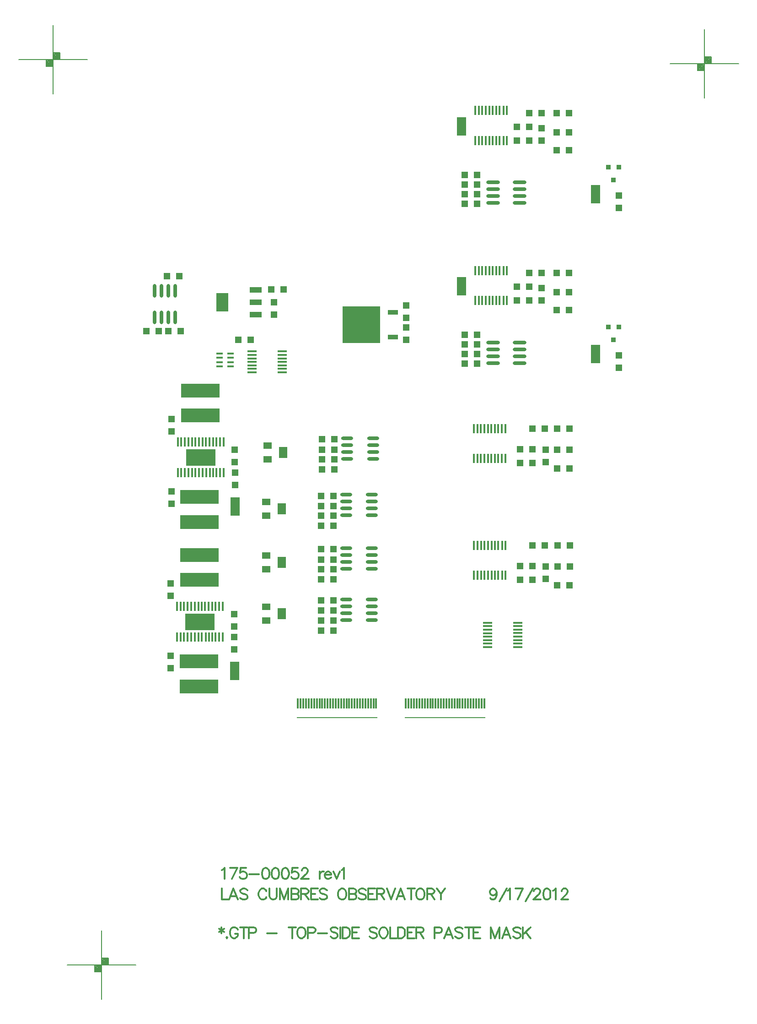
<source format=gtp>
%FSLAX23Y23*%
%MOIN*%
G70*
G01*
G75*
G04 Layer_Color=8421504*
%ADD10R,0.012X0.065*%
%ADD11R,0.217X0.120*%
%ADD12R,0.065X0.012*%
%ADD13R,0.075X0.037*%
%ADD14R,0.272X0.268*%
%ADD15R,0.035X0.037*%
%ADD16R,0.035X0.037*%
%ADD17R,0.085X0.138*%
%ADD18R,0.085X0.043*%
%ADD19R,0.085X0.043*%
%ADD20O,0.028X0.098*%
%ADD21R,0.280X0.100*%
%ADD22R,0.070X0.135*%
%ADD23R,0.050X0.050*%
%ADD24O,0.087X0.024*%
%ADD25O,0.098X0.028*%
%ADD26R,0.045X0.017*%
%ADD27R,0.591X0.010*%
%ADD28R,0.012X0.105*%
%ADD29R,0.063X0.051*%
%ADD30R,0.063X0.079*%
%ADD31R,0.050X0.050*%
%ADD32C,0.010*%
%ADD33C,0.050*%
%ADD34C,0.020*%
%ADD35C,0.075*%
%ADD36C,0.012*%
%ADD37C,0.008*%
%ADD38C,0.012*%
%ADD39C,0.012*%
%ADD40R,0.060X0.060*%
%ADD41C,0.060*%
%ADD42C,0.024*%
%ADD43C,0.020*%
%ADD44C,0.115*%
%ADD45R,0.115X0.115*%
%ADD46C,0.080*%
%ADD47C,0.055*%
%ADD48R,0.059X0.059*%
%ADD49C,0.059*%
%ADD50C,0.120*%
%ADD51R,0.120X0.120*%
%ADD52R,0.079X0.079*%
%ADD53C,0.079*%
%ADD54C,0.010*%
%ADD55C,0.050*%
%ADD56C,0.040*%
%ADD57C,0.070*%
%ADD58C,0.054*%
%ADD59C,0.118*%
G04:AMPARAMS|DCode=60|XSize=138mil|YSize=138mil|CornerRadius=0mil|HoleSize=0mil|Usage=FLASHONLY|Rotation=0.000|XOffset=0mil|YOffset=0mil|HoleType=Round|Shape=Relief|Width=10mil|Gap=10mil|Entries=4|*
%AMTHD60*
7,0,0,0.138,0.118,0.010,45*
%
%ADD60THD60*%
G04:AMPARAMS|DCode=61|XSize=112mil|YSize=112mil|CornerRadius=0mil|HoleSize=0mil|Usage=FLASHONLY|Rotation=0.000|XOffset=0mil|YOffset=0mil|HoleType=Round|Shape=Relief|Width=10mil|Gap=10mil|Entries=4|*
%AMTHD61*
7,0,0,0.112,0.092,0.010,45*
%
%ADD61THD61*%
%ADD62C,0.073*%
%ADD63C,0.075*%
%ADD64C,0.110*%
G04:AMPARAMS|DCode=65|XSize=107.244mil|YSize=107.244mil|CornerRadius=0mil|HoleSize=0mil|Usage=FLASHONLY|Rotation=0.000|XOffset=0mil|YOffset=0mil|HoleType=Round|Shape=Relief|Width=10mil|Gap=10mil|Entries=4|*
%AMTHD65*
7,0,0,0.107,0.087,0.010,45*
%
%ADD65THD65*%
%ADD66C,0.087*%
%ADD67C,0.092*%
%ADD68C,0.046*%
%ADD69C,0.064*%
G04:AMPARAMS|DCode=70|XSize=70mil|YSize=70mil|CornerRadius=0mil|HoleSize=0mil|Usage=FLASHONLY|Rotation=0.000|XOffset=0mil|YOffset=0mil|HoleType=Round|Shape=Relief|Width=10mil|Gap=10mil|Entries=4|*
%AMTHD70*
7,0,0,0.070,0.050,0.010,45*
%
%ADD70THD70*%
G04:AMPARAMS|DCode=71|XSize=88mil|YSize=88mil|CornerRadius=0mil|HoleSize=0mil|Usage=FLASHONLY|Rotation=0.000|XOffset=0mil|YOffset=0mil|HoleType=Round|Shape=Relief|Width=10mil|Gap=10mil|Entries=4|*
%AMTHD71*
7,0,0,0.088,0.068,0.010,45*
%
%ADD71THD71*%
%ADD72C,0.068*%
%ADD73C,0.000*%
G04:AMPARAMS|DCode=74|XSize=90mil|YSize=90mil|CornerRadius=0mil|HoleSize=0mil|Usage=FLASHONLY|Rotation=0.000|XOffset=0mil|YOffset=0mil|HoleType=Round|Shape=Relief|Width=10mil|Gap=10mil|Entries=4|*
%AMTHD74*
7,0,0,0.090,0.070,0.010,45*
%
%ADD74THD74*%
G04:AMPARAMS|DCode=75|XSize=93.465mil|YSize=93.465mil|CornerRadius=0mil|HoleSize=0mil|Usage=FLASHONLY|Rotation=0.000|XOffset=0mil|YOffset=0mil|HoleType=Round|Shape=Relief|Width=10mil|Gap=10mil|Entries=4|*
%AMTHD75*
7,0,0,0.093,0.073,0.010,45*
%
%ADD75THD75*%
G04:AMPARAMS|DCode=76|XSize=95.433mil|YSize=95.433mil|CornerRadius=0mil|HoleSize=0mil|Usage=FLASHONLY|Rotation=0.000|XOffset=0mil|YOffset=0mil|HoleType=Round|Shape=Relief|Width=10mil|Gap=10mil|Entries=4|*
%AMTHD76*
7,0,0,0.095,0.075,0.010,45*
%
%ADD76THD76*%
G04:AMPARAMS|DCode=77|XSize=130mil|YSize=130mil|CornerRadius=0mil|HoleSize=0mil|Usage=FLASHONLY|Rotation=0.000|XOffset=0mil|YOffset=0mil|HoleType=Round|Shape=Relief|Width=10mil|Gap=10mil|Entries=4|*
%AMTHD77*
7,0,0,0.130,0.110,0.010,45*
%
%ADD77THD77*%
%ADD78C,0.005*%
%ADD79R,0.071X0.126*%
%ADD80C,0.006*%
%ADD81C,0.008*%
%ADD82C,0.010*%
%ADD83R,0.189X0.116*%
%ADD84R,0.012X0.075*%
D10*
X42117Y28525D02*
D03*
X42091D02*
D03*
X42065D02*
D03*
X42040D02*
D03*
X42014D02*
D03*
X41989D02*
D03*
X41989Y28749D02*
D03*
X42014D02*
D03*
X42040D02*
D03*
X42065D02*
D03*
X42091D02*
D03*
X42117Y28749D02*
D03*
X42144Y28749D02*
D03*
X42168D02*
D03*
X42193D02*
D03*
X42219D02*
D03*
X42245D02*
D03*
X42270D02*
D03*
X42296D02*
D03*
X42321D02*
D03*
X42144Y28525D02*
D03*
X42170D02*
D03*
X42197D02*
D03*
X42221D02*
D03*
X42245D02*
D03*
X42270D02*
D03*
X42296D02*
D03*
X42321D02*
D03*
X42315Y27328D02*
D03*
X42290D02*
D03*
X42264D02*
D03*
X42239D02*
D03*
X42215D02*
D03*
X42191D02*
D03*
X42164D02*
D03*
X42138D02*
D03*
X42315Y27552D02*
D03*
X42290D02*
D03*
X42264D02*
D03*
X42239D02*
D03*
X42213D02*
D03*
X42187D02*
D03*
X42162D02*
D03*
X42138D02*
D03*
X42111Y27552D02*
D03*
X42085Y27552D02*
D03*
X42059D02*
D03*
X42034D02*
D03*
X42008D02*
D03*
X41983D02*
D03*
X41983Y27328D02*
D03*
X42008D02*
D03*
X42034D02*
D03*
X42059D02*
D03*
X42085D02*
D03*
X42111D02*
D03*
X44377Y27778D02*
D03*
Y27996D02*
D03*
X44352Y27778D02*
D03*
Y27996D02*
D03*
X44324Y27778D02*
D03*
Y27996D02*
D03*
X44300D02*
D03*
X44275D02*
D03*
X44249D02*
D03*
X44224D02*
D03*
X44198D02*
D03*
X44173D02*
D03*
X44147D02*
D03*
X44300Y27778D02*
D03*
X44275D02*
D03*
X44249D02*
D03*
X44224D02*
D03*
X44198D02*
D03*
X44173D02*
D03*
X44147D02*
D03*
X44386Y30943D02*
D03*
Y31162D02*
D03*
X44361Y30943D02*
D03*
Y31162D02*
D03*
X44333Y30943D02*
D03*
Y31162D02*
D03*
X44309D02*
D03*
X44284D02*
D03*
X44258D02*
D03*
X44233D02*
D03*
X44207D02*
D03*
X44181D02*
D03*
X44156D02*
D03*
X44309Y30943D02*
D03*
X44284D02*
D03*
X44258D02*
D03*
X44233D02*
D03*
X44207D02*
D03*
X44181D02*
D03*
X44156D02*
D03*
X44386Y29779D02*
D03*
Y29997D02*
D03*
X44361Y29779D02*
D03*
Y29997D02*
D03*
X44333Y29779D02*
D03*
Y29997D02*
D03*
X44309D02*
D03*
X44284D02*
D03*
X44258D02*
D03*
X44233D02*
D03*
X44207D02*
D03*
X44181D02*
D03*
X44156D02*
D03*
X44309Y29779D02*
D03*
X44284D02*
D03*
X44258D02*
D03*
X44233D02*
D03*
X44207D02*
D03*
X44181D02*
D03*
X44156D02*
D03*
X44376Y28628D02*
D03*
Y28847D02*
D03*
X44350Y28628D02*
D03*
Y28847D02*
D03*
X44323Y28628D02*
D03*
Y28847D02*
D03*
X44299D02*
D03*
X44273D02*
D03*
X44248D02*
D03*
X44222D02*
D03*
X44197D02*
D03*
X44171D02*
D03*
X44145D02*
D03*
X44299Y28628D02*
D03*
X44273D02*
D03*
X44248D02*
D03*
X44222D02*
D03*
X44197D02*
D03*
X44171D02*
D03*
X44145D02*
D03*
D11*
X42155Y28637D02*
D03*
X42149Y27440D02*
D03*
D12*
X44466Y27306D02*
D03*
Y27332D02*
D03*
X44466Y27359D02*
D03*
Y27383D02*
D03*
Y27409D02*
D03*
Y27434D02*
D03*
X44247D02*
D03*
Y27409D02*
D03*
Y27383D02*
D03*
Y27357D02*
D03*
Y27332D02*
D03*
Y27306D02*
D03*
Y27281D02*
D03*
Y27257D02*
D03*
X44466Y27255D02*
D03*
X44466Y27281D02*
D03*
X42748Y29255D02*
D03*
Y29281D02*
D03*
Y29306D02*
D03*
Y29332D02*
D03*
Y29357D02*
D03*
Y29383D02*
D03*
Y29409D02*
D03*
X42529Y29255D02*
D03*
Y29281D02*
D03*
Y29306D02*
D03*
Y29332D02*
D03*
Y29357D02*
D03*
Y29383D02*
D03*
Y29409D02*
D03*
D13*
X43555Y29512D02*
D03*
Y29692D02*
D03*
D14*
X43325Y29602D02*
D03*
D15*
X45164Y29493D02*
D03*
X45201Y29585D02*
D03*
X45164Y30657D02*
D03*
X45201Y30749D02*
D03*
D16*
X45126Y29585D02*
D03*
Y30749D02*
D03*
D17*
X42312Y29765D02*
D03*
D18*
X42556Y29856D02*
D03*
Y29675D02*
D03*
D19*
Y29765D02*
D03*
D20*
X41968Y29848D02*
D03*
X41918D02*
D03*
X41868D02*
D03*
X41818D02*
D03*
X41968Y29655D02*
D03*
X41918D02*
D03*
X41868D02*
D03*
X41818D02*
D03*
D21*
X42145Y27926D02*
D03*
Y27745D02*
D03*
X42147Y28167D02*
D03*
Y28348D02*
D03*
X42141Y26970D02*
D03*
Y27151D02*
D03*
X42151Y29123D02*
D03*
Y28942D02*
D03*
D22*
X45034Y29389D02*
D03*
X42401Y27083D02*
D03*
X42407Y28280D02*
D03*
X44055Y31045D02*
D03*
Y29881D02*
D03*
X45034Y30553D02*
D03*
D23*
X42399Y27238D02*
D03*
Y27328D02*
D03*
X43654Y29582D02*
D03*
Y29492D02*
D03*
Y29653D02*
D03*
Y29743D02*
D03*
X44639Y30943D02*
D03*
Y31033D02*
D03*
Y29779D02*
D03*
Y29869D02*
D03*
X41941Y28300D02*
D03*
Y28390D02*
D03*
X41935Y27103D02*
D03*
Y27193D02*
D03*
X44668Y28602D02*
D03*
Y28692D02*
D03*
X44669Y27751D02*
D03*
Y27841D02*
D03*
X41941Y28825D02*
D03*
Y28915D02*
D03*
X41935Y27628D02*
D03*
Y27718D02*
D03*
X42688Y29675D02*
D03*
Y29765D02*
D03*
X45204Y30543D02*
D03*
Y30453D02*
D03*
Y29379D02*
D03*
Y29289D02*
D03*
X42404Y28604D02*
D03*
Y28694D02*
D03*
X42398Y27407D02*
D03*
Y27497D02*
D03*
X42405Y28435D02*
D03*
Y28525D02*
D03*
D24*
X43224Y28777D02*
D03*
Y28727D02*
D03*
Y28677D02*
D03*
Y28627D02*
D03*
X43413Y28777D02*
D03*
Y28727D02*
D03*
Y28677D02*
D03*
Y28627D02*
D03*
X43215Y27604D02*
D03*
Y27554D02*
D03*
Y27504D02*
D03*
Y27454D02*
D03*
X43404Y27604D02*
D03*
Y27554D02*
D03*
Y27504D02*
D03*
Y27454D02*
D03*
X43215Y27977D02*
D03*
Y27927D02*
D03*
Y27877D02*
D03*
Y27827D02*
D03*
X43404Y27977D02*
D03*
Y27927D02*
D03*
Y27877D02*
D03*
Y27827D02*
D03*
X43215Y28366D02*
D03*
Y28316D02*
D03*
Y28266D02*
D03*
Y28216D02*
D03*
X43404Y28366D02*
D03*
Y28316D02*
D03*
Y28266D02*
D03*
Y28216D02*
D03*
D25*
X44480Y29324D02*
D03*
Y29374D02*
D03*
Y29424D02*
D03*
Y29474D02*
D03*
X44287Y29324D02*
D03*
Y29374D02*
D03*
Y29424D02*
D03*
Y29474D02*
D03*
X44480Y30488D02*
D03*
Y30538D02*
D03*
Y30588D02*
D03*
Y30638D02*
D03*
X44287Y30488D02*
D03*
Y30538D02*
D03*
Y30588D02*
D03*
Y30638D02*
D03*
D26*
X42294Y29392D02*
D03*
Y29361D02*
D03*
Y29329D02*
D03*
Y29298D02*
D03*
X42371D02*
D03*
Y29329D02*
D03*
Y29361D02*
D03*
Y29392D02*
D03*
D27*
X43936Y26743D02*
D03*
X43149D02*
D03*
D29*
X42641Y28623D02*
D03*
Y28723D02*
D03*
X42632Y27450D02*
D03*
Y27550D02*
D03*
X42632Y27823D02*
D03*
Y27923D02*
D03*
Y28212D02*
D03*
Y28312D02*
D03*
D30*
X42755Y28673D02*
D03*
X42746Y27500D02*
D03*
X42745Y27873D02*
D03*
Y28262D02*
D03*
D31*
X43031Y27521D02*
D03*
X43121D02*
D03*
X43031Y27894D02*
D03*
X43121D02*
D03*
X43031Y28283D02*
D03*
X43121D02*
D03*
X43040Y28694D02*
D03*
X43130D02*
D03*
X43121Y27595D02*
D03*
X43031D02*
D03*
X43121Y27968D02*
D03*
X43031D02*
D03*
X43121Y28357D02*
D03*
X43031D02*
D03*
X43130Y28768D02*
D03*
X43040D02*
D03*
X43121Y27376D02*
D03*
X43031D02*
D03*
X43121Y27749D02*
D03*
X43031D02*
D03*
X43121Y28138D02*
D03*
X43031D02*
D03*
X43130Y28549D02*
D03*
X43040D02*
D03*
X43121Y27449D02*
D03*
X43031D02*
D03*
X43121Y27822D02*
D03*
X43031D02*
D03*
X43121Y28211D02*
D03*
X43031D02*
D03*
X43130Y28622D02*
D03*
X43040D02*
D03*
X42520Y29492D02*
D03*
X42430D02*
D03*
X41758Y29557D02*
D03*
X41848D02*
D03*
X42008D02*
D03*
X41918D02*
D03*
X41998Y29957D02*
D03*
X41908D02*
D03*
X44169Y30693D02*
D03*
X44079D02*
D03*
X44169Y29529D02*
D03*
X44079D02*
D03*
X44549Y31143D02*
D03*
X44639D02*
D03*
X44549Y29979D02*
D03*
X44639D02*
D03*
X44459Y31043D02*
D03*
X44549D02*
D03*
X44459Y29879D02*
D03*
X44549D02*
D03*
X44459Y30943D02*
D03*
X44549D02*
D03*
X44459Y29779D02*
D03*
X44549D02*
D03*
X44573Y28847D02*
D03*
X44663D02*
D03*
X44574Y27996D02*
D03*
X44664D02*
D03*
X44483Y28697D02*
D03*
X44573D02*
D03*
X44484Y27846D02*
D03*
X44574D02*
D03*
X44483Y28597D02*
D03*
X44573D02*
D03*
X44484Y27746D02*
D03*
X44574D02*
D03*
X42759Y29860D02*
D03*
X42669D02*
D03*
X44839Y31143D02*
D03*
X44749D02*
D03*
X44839Y29979D02*
D03*
X44749D02*
D03*
X44839Y31003D02*
D03*
X44749D02*
D03*
X44839Y29839D02*
D03*
X44749D02*
D03*
X44169Y30553D02*
D03*
X44079D02*
D03*
X44169Y29389D02*
D03*
X44079D02*
D03*
Y30623D02*
D03*
X44169D02*
D03*
X44079Y29459D02*
D03*
X44169D02*
D03*
X44839Y30873D02*
D03*
X44749D02*
D03*
X44839Y29709D02*
D03*
X44749D02*
D03*
X44079Y30483D02*
D03*
X44169D02*
D03*
X44079Y29319D02*
D03*
X44169D02*
D03*
X44844Y28847D02*
D03*
X44754D02*
D03*
X44846Y27996D02*
D03*
X44756D02*
D03*
X44844Y28692D02*
D03*
X44754D02*
D03*
X44846Y27841D02*
D03*
X44756D02*
D03*
X44843Y28557D02*
D03*
X44753D02*
D03*
X44844Y27706D02*
D03*
X44754D02*
D03*
D37*
X41078Y31284D02*
Y31784D01*
X40828Y31534D02*
X41328D01*
X41028Y31484D02*
X41078D01*
X41028D02*
Y31534D01*
X41078Y31584D02*
X41128D01*
Y31534D02*
Y31584D01*
X41083Y31539D02*
Y31579D01*
X41123D01*
Y31539D02*
Y31579D01*
X41083Y31539D02*
X41123D01*
X41088Y31544D02*
Y31574D01*
X41118D01*
Y31544D02*
Y31574D01*
X41093Y31544D02*
X41118D01*
X41093Y31549D02*
Y31569D01*
X41113D01*
Y31549D02*
Y31569D01*
X41098Y31549D02*
X41113D01*
X41098Y31554D02*
Y31564D01*
X41108D01*
Y31554D02*
Y31564D01*
X41098Y31554D02*
X41108D01*
X41103D02*
Y31564D01*
X41033Y31489D02*
Y31529D01*
X41073D01*
Y31489D02*
Y31529D01*
X41033Y31489D02*
X41073D01*
X41038Y31494D02*
Y31524D01*
X41068D01*
Y31494D02*
Y31524D01*
X41043Y31494D02*
X41068D01*
X41043Y31499D02*
Y31519D01*
X41063D01*
Y31499D02*
Y31519D01*
X41048Y31499D02*
X41063D01*
X41048Y31504D02*
Y31514D01*
X41058D01*
Y31504D02*
Y31514D01*
X41048Y31504D02*
X41058D01*
X41053D02*
Y31514D01*
X45826Y31253D02*
Y31753D01*
X45576Y31503D02*
X46076D01*
X45776Y31453D02*
X45826D01*
X45776D02*
Y31503D01*
X45826Y31553D02*
X45876D01*
Y31503D02*
Y31553D01*
X45831Y31508D02*
Y31548D01*
X45871D01*
Y31508D02*
Y31548D01*
X45831Y31508D02*
X45871D01*
X45836Y31513D02*
Y31543D01*
X45866D01*
Y31513D02*
Y31543D01*
X45841Y31513D02*
X45866D01*
X45841Y31518D02*
Y31538D01*
X45861D01*
Y31518D02*
Y31538D01*
X45846Y31518D02*
X45861D01*
X45846Y31523D02*
Y31533D01*
X45856D01*
Y31523D02*
Y31533D01*
X45846Y31523D02*
X45856D01*
X45851D02*
Y31533D01*
X45781Y31458D02*
Y31498D01*
X45821D01*
Y31458D02*
Y31498D01*
X45781Y31458D02*
X45821D01*
X45786Y31463D02*
Y31493D01*
X45816D01*
Y31463D02*
Y31493D01*
X45791Y31463D02*
X45816D01*
X45791Y31468D02*
Y31488D01*
X45811D01*
Y31468D02*
Y31488D01*
X45796Y31468D02*
X45811D01*
X45796Y31473D02*
Y31483D01*
X45806D01*
Y31473D02*
Y31483D01*
X45796Y31473D02*
X45806D01*
X45801D02*
Y31483D01*
X41432Y24694D02*
Y25194D01*
X41182Y24944D02*
X41682D01*
X41382Y24894D02*
X41432D01*
X41382D02*
Y24944D01*
X41432Y24994D02*
X41482D01*
Y24944D02*
Y24994D01*
X41437Y24949D02*
Y24989D01*
X41477D01*
Y24949D02*
Y24989D01*
X41437Y24949D02*
X41477D01*
X41442Y24954D02*
Y24984D01*
X41472D01*
Y24954D02*
Y24984D01*
X41447Y24954D02*
X41472D01*
X41447Y24959D02*
Y24979D01*
X41467D01*
Y24959D02*
Y24979D01*
X41452Y24959D02*
X41467D01*
X41452Y24964D02*
Y24974D01*
X41462D01*
Y24964D02*
Y24974D01*
X41452Y24964D02*
X41462D01*
X41457D02*
Y24974D01*
X41387Y24899D02*
Y24939D01*
X41427D01*
Y24899D02*
Y24939D01*
X41387Y24899D02*
X41427D01*
X41392Y24904D02*
Y24934D01*
X41422D01*
Y24904D02*
Y24934D01*
X41397Y24904D02*
X41422D01*
X41397Y24909D02*
Y24929D01*
X41417D01*
Y24909D02*
Y24929D01*
X41402Y24909D02*
X41417D01*
X41402Y24914D02*
Y24924D01*
X41412D01*
Y24914D02*
Y24924D01*
X41402Y24914D02*
X41412D01*
X41407D02*
Y24924D01*
D38*
X42309Y25498D02*
Y25418D01*
X42355D01*
X42425D02*
X42394Y25498D01*
X42364Y25418D01*
X42375Y25444D02*
X42413D01*
X42496Y25486D02*
X42489Y25494D01*
X42477Y25498D01*
X42462D01*
X42451Y25494D01*
X42443Y25486D01*
Y25479D01*
X42447Y25471D01*
X42451Y25467D01*
X42458Y25464D01*
X42481Y25456D01*
X42489Y25452D01*
X42493Y25448D01*
X42496Y25441D01*
Y25429D01*
X42489Y25422D01*
X42477Y25418D01*
X42462D01*
X42451Y25422D01*
X42443Y25429D01*
X42634Y25479D02*
X42631Y25486D01*
X42623Y25494D01*
X42615Y25498D01*
X42600D01*
X42592Y25494D01*
X42585Y25486D01*
X42581Y25479D01*
X42577Y25467D01*
Y25448D01*
X42581Y25437D01*
X42585Y25429D01*
X42592Y25422D01*
X42600Y25418D01*
X42615D01*
X42623Y25422D01*
X42631Y25429D01*
X42634Y25437D01*
X42657Y25498D02*
Y25441D01*
X42661Y25429D01*
X42668Y25422D01*
X42680Y25418D01*
X42687D01*
X42699Y25422D01*
X42706Y25429D01*
X42710Y25441D01*
Y25498D01*
X42732D02*
Y25418D01*
Y25498D02*
X42763Y25418D01*
X42793Y25498D02*
X42763Y25418D01*
X42793Y25498D02*
Y25418D01*
X42816Y25498D02*
Y25418D01*
Y25498D02*
X42850D01*
X42862Y25494D01*
X42866Y25490D01*
X42869Y25483D01*
Y25475D01*
X42866Y25467D01*
X42862Y25464D01*
X42850Y25460D01*
X42816D02*
X42850D01*
X42862Y25456D01*
X42866Y25452D01*
X42869Y25444D01*
Y25433D01*
X42866Y25425D01*
X42862Y25422D01*
X42850Y25418D01*
X42816D01*
X42887Y25498D02*
Y25418D01*
Y25498D02*
X42922D01*
X42933Y25494D01*
X42937Y25490D01*
X42941Y25483D01*
Y25475D01*
X42937Y25467D01*
X42933Y25464D01*
X42922Y25460D01*
X42887D01*
X42914D02*
X42941Y25418D01*
X43008Y25498D02*
X42958D01*
Y25418D01*
X43008D01*
X42958Y25460D02*
X42989D01*
X43075Y25486D02*
X43067Y25494D01*
X43056Y25498D01*
X43040D01*
X43029Y25494D01*
X43021Y25486D01*
Y25479D01*
X43025Y25471D01*
X43029Y25467D01*
X43037Y25464D01*
X43059Y25456D01*
X43067Y25452D01*
X43071Y25448D01*
X43075Y25441D01*
Y25429D01*
X43067Y25422D01*
X43056Y25418D01*
X43040D01*
X43029Y25422D01*
X43021Y25429D01*
X43178Y25498D02*
X43171Y25494D01*
X43163Y25486D01*
X43159Y25479D01*
X43155Y25467D01*
Y25448D01*
X43159Y25437D01*
X43163Y25429D01*
X43171Y25422D01*
X43178Y25418D01*
X43193D01*
X43201Y25422D01*
X43209Y25429D01*
X43213Y25437D01*
X43216Y25448D01*
Y25467D01*
X43213Y25479D01*
X43209Y25486D01*
X43201Y25494D01*
X43193Y25498D01*
X43178D01*
X43235D02*
Y25418D01*
Y25498D02*
X43269D01*
X43281Y25494D01*
X43285Y25490D01*
X43288Y25483D01*
Y25475D01*
X43285Y25467D01*
X43281Y25464D01*
X43269Y25460D01*
X43235D02*
X43269D01*
X43281Y25456D01*
X43285Y25452D01*
X43288Y25444D01*
Y25433D01*
X43285Y25425D01*
X43281Y25422D01*
X43269Y25418D01*
X43235D01*
X43360Y25486D02*
X43352Y25494D01*
X43340Y25498D01*
X43325D01*
X43314Y25494D01*
X43306Y25486D01*
Y25479D01*
X43310Y25471D01*
X43314Y25467D01*
X43321Y25464D01*
X43344Y25456D01*
X43352Y25452D01*
X43356Y25448D01*
X43360Y25441D01*
Y25429D01*
X43352Y25422D01*
X43340Y25418D01*
X43325D01*
X43314Y25422D01*
X43306Y25429D01*
X43427Y25498D02*
X43377D01*
Y25418D01*
X43427D01*
X43377Y25460D02*
X43408D01*
X43440Y25498D02*
Y25418D01*
Y25498D02*
X43475D01*
X43486Y25494D01*
X43490Y25490D01*
X43494Y25483D01*
Y25475D01*
X43490Y25467D01*
X43486Y25464D01*
X43475Y25460D01*
X43440D01*
X43467D02*
X43494Y25418D01*
X43512Y25498D02*
X43542Y25418D01*
X43572Y25498D02*
X43542Y25418D01*
X43644D02*
X43613Y25498D01*
X43583Y25418D01*
X43594Y25444D02*
X43632D01*
X43689Y25498D02*
Y25418D01*
X43662Y25498D02*
X43716D01*
X43748D02*
X43740Y25494D01*
X43733Y25486D01*
X43729Y25479D01*
X43725Y25467D01*
Y25448D01*
X43729Y25437D01*
X43733Y25429D01*
X43740Y25422D01*
X43748Y25418D01*
X43763D01*
X43771Y25422D01*
X43779Y25429D01*
X43782Y25437D01*
X43786Y25448D01*
Y25467D01*
X43782Y25479D01*
X43779Y25486D01*
X43771Y25494D01*
X43763Y25498D01*
X43748D01*
X43805D02*
Y25418D01*
Y25498D02*
X43839D01*
X43850Y25494D01*
X43854Y25490D01*
X43858Y25483D01*
Y25475D01*
X43854Y25467D01*
X43850Y25464D01*
X43839Y25460D01*
X43805D01*
X43831D02*
X43858Y25418D01*
X43876Y25498D02*
X43906Y25460D01*
Y25418D01*
X43937Y25498D02*
X43906Y25460D01*
X44311Y25471D02*
X44307Y25460D01*
X44300Y25452D01*
X44288Y25448D01*
X44284D01*
X44273Y25452D01*
X44265Y25460D01*
X44261Y25471D01*
Y25475D01*
X44265Y25486D01*
X44273Y25494D01*
X44284Y25498D01*
X44288D01*
X44300Y25494D01*
X44307Y25486D01*
X44311Y25471D01*
Y25452D01*
X44307Y25433D01*
X44300Y25422D01*
X44288Y25418D01*
X44280D01*
X44269Y25422D01*
X44265Y25429D01*
X44333Y25406D02*
X44386Y25498D01*
X44391Y25483D02*
X44399Y25486D01*
X44410Y25498D01*
Y25418D01*
X44503Y25498D02*
X44465Y25418D01*
X44450Y25498D02*
X44503D01*
X44521Y25406D02*
X44575Y25498D01*
X44584Y25479D02*
Y25483D01*
X44587Y25490D01*
X44591Y25494D01*
X44599Y25498D01*
X44614D01*
X44622Y25494D01*
X44626Y25490D01*
X44629Y25483D01*
Y25475D01*
X44626Y25467D01*
X44618Y25456D01*
X44580Y25418D01*
X44633D01*
X44674Y25498D02*
X44663Y25494D01*
X44655Y25483D01*
X44651Y25464D01*
Y25452D01*
X44655Y25433D01*
X44663Y25422D01*
X44674Y25418D01*
X44682D01*
X44693Y25422D01*
X44701Y25433D01*
X44704Y25452D01*
Y25464D01*
X44701Y25483D01*
X44693Y25494D01*
X44682Y25498D01*
X44674D01*
X44722Y25483D02*
X44730Y25486D01*
X44741Y25498D01*
Y25418D01*
X44785Y25479D02*
Y25483D01*
X44789Y25490D01*
X44792Y25494D01*
X44800Y25498D01*
X44815D01*
X44823Y25494D01*
X44827Y25490D01*
X44830Y25483D01*
Y25475D01*
X44827Y25467D01*
X44819Y25456D01*
X44781Y25418D01*
X44834D01*
D39*
X42307Y25217D02*
Y25172D01*
X42288Y25206D02*
X42326Y25183D01*
Y25206D02*
X42288Y25183D01*
X42346Y25145D02*
X42343Y25141D01*
X42346Y25137D01*
X42350Y25141D01*
X42346Y25145D01*
X42425Y25198D02*
X42421Y25206D01*
X42413Y25213D01*
X42406Y25217D01*
X42391D01*
X42383Y25213D01*
X42375Y25206D01*
X42371Y25198D01*
X42368Y25187D01*
Y25168D01*
X42371Y25156D01*
X42375Y25149D01*
X42383Y25141D01*
X42391Y25137D01*
X42406D01*
X42413Y25141D01*
X42421Y25149D01*
X42425Y25156D01*
Y25168D01*
X42406D02*
X42425D01*
X42470Y25217D02*
Y25137D01*
X42443Y25217D02*
X42496D01*
X42506Y25175D02*
X42540D01*
X42552Y25179D01*
X42555Y25183D01*
X42559Y25191D01*
Y25202D01*
X42555Y25210D01*
X42552Y25213D01*
X42540Y25217D01*
X42506D01*
Y25137D01*
X42640Y25172D02*
X42709D01*
X42822Y25217D02*
Y25137D01*
X42795Y25217D02*
X42848D01*
X42881D02*
X42873Y25213D01*
X42865Y25206D01*
X42862Y25198D01*
X42858Y25187D01*
Y25168D01*
X42862Y25156D01*
X42865Y25149D01*
X42873Y25141D01*
X42881Y25137D01*
X42896D01*
X42904Y25141D01*
X42911Y25149D01*
X42915Y25156D01*
X42919Y25168D01*
Y25187D01*
X42915Y25198D01*
X42911Y25206D01*
X42904Y25213D01*
X42896Y25217D01*
X42881D01*
X42937Y25175D02*
X42972D01*
X42983Y25179D01*
X42987Y25183D01*
X42991Y25191D01*
Y25202D01*
X42987Y25210D01*
X42983Y25213D01*
X42972Y25217D01*
X42937D01*
Y25137D01*
X43009Y25172D02*
X43077D01*
X43154Y25206D02*
X43147Y25213D01*
X43135Y25217D01*
X43120D01*
X43108Y25213D01*
X43101Y25206D01*
Y25198D01*
X43105Y25191D01*
X43108Y25187D01*
X43116Y25183D01*
X43139Y25175D01*
X43147Y25172D01*
X43150Y25168D01*
X43154Y25160D01*
Y25149D01*
X43147Y25141D01*
X43135Y25137D01*
X43120D01*
X43108Y25141D01*
X43101Y25149D01*
X43172Y25217D02*
Y25137D01*
X43189Y25217D02*
Y25137D01*
Y25217D02*
X43215D01*
X43227Y25213D01*
X43235Y25206D01*
X43238Y25198D01*
X43242Y25187D01*
Y25168D01*
X43238Y25156D01*
X43235Y25149D01*
X43227Y25141D01*
X43215Y25137D01*
X43189D01*
X43310Y25217D02*
X43260D01*
Y25137D01*
X43310D01*
X43260Y25179D02*
X43291D01*
X43439Y25206D02*
X43431Y25213D01*
X43420Y25217D01*
X43405D01*
X43393Y25213D01*
X43386Y25206D01*
Y25198D01*
X43390Y25191D01*
X43393Y25187D01*
X43401Y25183D01*
X43424Y25175D01*
X43431Y25172D01*
X43435Y25168D01*
X43439Y25160D01*
Y25149D01*
X43431Y25141D01*
X43420Y25137D01*
X43405D01*
X43393Y25141D01*
X43386Y25149D01*
X43480Y25217D02*
X43472Y25213D01*
X43465Y25206D01*
X43461Y25198D01*
X43457Y25187D01*
Y25168D01*
X43461Y25156D01*
X43465Y25149D01*
X43472Y25141D01*
X43480Y25137D01*
X43495D01*
X43503Y25141D01*
X43510Y25149D01*
X43514Y25156D01*
X43518Y25168D01*
Y25187D01*
X43514Y25198D01*
X43510Y25206D01*
X43503Y25213D01*
X43495Y25217D01*
X43480D01*
X43537D02*
Y25137D01*
X43582D01*
X43591Y25217D02*
Y25137D01*
Y25217D02*
X43618D01*
X43629Y25213D01*
X43637Y25206D01*
X43641Y25198D01*
X43644Y25187D01*
Y25168D01*
X43641Y25156D01*
X43637Y25149D01*
X43629Y25141D01*
X43618Y25137D01*
X43591D01*
X43712Y25217D02*
X43662D01*
Y25137D01*
X43712D01*
X43662Y25179D02*
X43693D01*
X43725Y25217D02*
Y25137D01*
Y25217D02*
X43759D01*
X43771Y25213D01*
X43775Y25210D01*
X43778Y25202D01*
Y25194D01*
X43775Y25187D01*
X43771Y25183D01*
X43759Y25179D01*
X43725D01*
X43752D02*
X43778Y25137D01*
X43859Y25175D02*
X43893D01*
X43905Y25179D01*
X43909Y25183D01*
X43912Y25191D01*
Y25202D01*
X43909Y25210D01*
X43905Y25213D01*
X43893Y25217D01*
X43859D01*
Y25137D01*
X43991D02*
X43961Y25217D01*
X43930Y25137D01*
X43942Y25164D02*
X43980D01*
X44063Y25206D02*
X44056Y25213D01*
X44044Y25217D01*
X44029D01*
X44018Y25213D01*
X44010Y25206D01*
Y25198D01*
X44014Y25191D01*
X44018Y25187D01*
X44025Y25183D01*
X44048Y25175D01*
X44056Y25172D01*
X44059Y25168D01*
X44063Y25160D01*
Y25149D01*
X44056Y25141D01*
X44044Y25137D01*
X44029D01*
X44018Y25141D01*
X44010Y25149D01*
X44108Y25217D02*
Y25137D01*
X44081Y25217D02*
X44135D01*
X44194D02*
X44144D01*
Y25137D01*
X44194D01*
X44144Y25179D02*
X44175D01*
X44270Y25217D02*
Y25137D01*
Y25217D02*
X44300Y25137D01*
X44331Y25217D02*
X44300Y25137D01*
X44331Y25217D02*
Y25137D01*
X44414D02*
X44384Y25217D01*
X44354Y25137D01*
X44365Y25164D02*
X44403D01*
X44486Y25206D02*
X44479Y25213D01*
X44467Y25217D01*
X44452D01*
X44441Y25213D01*
X44433Y25206D01*
Y25198D01*
X44437Y25191D01*
X44441Y25187D01*
X44448Y25183D01*
X44471Y25175D01*
X44479Y25172D01*
X44483Y25168D01*
X44486Y25160D01*
Y25149D01*
X44479Y25141D01*
X44467Y25137D01*
X44452D01*
X44441Y25141D01*
X44433Y25149D01*
X44504Y25217D02*
Y25137D01*
X44558Y25217D02*
X44504Y25164D01*
X44523Y25183D02*
X44558Y25137D01*
X42309Y25633D02*
X42317Y25636D01*
X42328Y25648D01*
Y25568D01*
X42421Y25648D02*
X42383Y25568D01*
X42368Y25648D02*
X42421D01*
X42485D02*
X42447D01*
X42443Y25614D01*
X42447Y25617D01*
X42458Y25621D01*
X42469D01*
X42481Y25617D01*
X42488Y25610D01*
X42492Y25598D01*
Y25591D01*
X42488Y25579D01*
X42481Y25572D01*
X42469Y25568D01*
X42458D01*
X42447Y25572D01*
X42443Y25575D01*
X42439Y25583D01*
X42510Y25602D02*
X42579D01*
X42625Y25648D02*
X42614Y25644D01*
X42606Y25633D01*
X42602Y25614D01*
Y25602D01*
X42606Y25583D01*
X42614Y25572D01*
X42625Y25568D01*
X42633D01*
X42644Y25572D01*
X42652Y25583D01*
X42656Y25602D01*
Y25614D01*
X42652Y25633D01*
X42644Y25644D01*
X42633Y25648D01*
X42625D01*
X42696D02*
X42685Y25644D01*
X42677Y25633D01*
X42674Y25614D01*
Y25602D01*
X42677Y25583D01*
X42685Y25572D01*
X42696Y25568D01*
X42704D01*
X42715Y25572D01*
X42723Y25583D01*
X42727Y25602D01*
Y25614D01*
X42723Y25633D01*
X42715Y25644D01*
X42704Y25648D01*
X42696D01*
X42768D02*
X42756Y25644D01*
X42749Y25633D01*
X42745Y25614D01*
Y25602D01*
X42749Y25583D01*
X42756Y25572D01*
X42768Y25568D01*
X42775D01*
X42787Y25572D01*
X42794Y25583D01*
X42798Y25602D01*
Y25614D01*
X42794Y25633D01*
X42787Y25644D01*
X42775Y25648D01*
X42768D01*
X42862D02*
X42824D01*
X42820Y25614D01*
X42824Y25617D01*
X42835Y25621D01*
X42847D01*
X42858Y25617D01*
X42866Y25610D01*
X42869Y25598D01*
Y25591D01*
X42866Y25579D01*
X42858Y25572D01*
X42847Y25568D01*
X42835D01*
X42824Y25572D01*
X42820Y25575D01*
X42816Y25583D01*
X42891Y25629D02*
Y25633D01*
X42895Y25640D01*
X42899Y25644D01*
X42906Y25648D01*
X42922D01*
X42929Y25644D01*
X42933Y25640D01*
X42937Y25633D01*
Y25625D01*
X42933Y25617D01*
X42925Y25606D01*
X42887Y25568D01*
X42941D01*
X43021Y25621D02*
Y25568D01*
Y25598D02*
X43025Y25610D01*
X43033Y25617D01*
X43040Y25621D01*
X43052D01*
X43059Y25598D02*
X43105D01*
Y25606D01*
X43101Y25614D01*
X43097Y25617D01*
X43090Y25621D01*
X43078D01*
X43070Y25617D01*
X43063Y25610D01*
X43059Y25598D01*
Y25591D01*
X43063Y25579D01*
X43070Y25572D01*
X43078Y25568D01*
X43090D01*
X43097Y25572D01*
X43105Y25579D01*
X43122Y25621D02*
X43145Y25568D01*
X43168Y25621D02*
X43145Y25568D01*
X43181Y25633D02*
X43188Y25636D01*
X43200Y25648D01*
Y25568D01*
D84*
X42863Y26846D02*
D03*
X42883D02*
D03*
X42902D02*
D03*
X42922D02*
D03*
X42942D02*
D03*
X42961D02*
D03*
X42981D02*
D03*
X43001D02*
D03*
X43021D02*
D03*
X43040D02*
D03*
X43060D02*
D03*
X43080D02*
D03*
X43099D02*
D03*
X43119D02*
D03*
X43139D02*
D03*
X43158D02*
D03*
X43178D02*
D03*
X43198D02*
D03*
X43218D02*
D03*
X43237D02*
D03*
X43257D02*
D03*
X43277D02*
D03*
X43296D02*
D03*
X43316D02*
D03*
X43336D02*
D03*
X43355D02*
D03*
X43375D02*
D03*
X43395D02*
D03*
X43415D02*
D03*
X43434D02*
D03*
X43650D02*
D03*
X43670D02*
D03*
X43690D02*
D03*
X43710D02*
D03*
X43729D02*
D03*
X43749D02*
D03*
X43769D02*
D03*
X43788D02*
D03*
X43808D02*
D03*
X43828D02*
D03*
X43847D02*
D03*
X43867D02*
D03*
X43887D02*
D03*
X43907D02*
D03*
X43926D02*
D03*
X43946D02*
D03*
X43966D02*
D03*
X43985D02*
D03*
X44005D02*
D03*
X44025D02*
D03*
X44044D02*
D03*
X44064D02*
D03*
X44084D02*
D03*
X44104D02*
D03*
X44123D02*
D03*
X44143D02*
D03*
X44163D02*
D03*
X44182D02*
D03*
X44202D02*
D03*
X44222D02*
D03*
M02*

</source>
